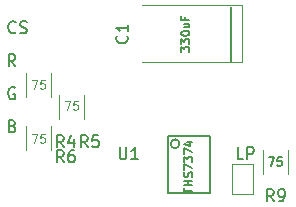
<source format=gto>
G04 #@! TF.FileFunction,Legend,Top*
%FSLAX46Y46*%
G04 Gerber Fmt 4.6, Leading zero omitted, Abs format (unit mm)*
G04 Created by KiCad (PCBNEW 4.0.7) date 12/02/17 21:13:14*
%MOMM*%
%LPD*%
G01*
G04 APERTURE LIST*
%ADD10C,0.100000*%
%ADD11C,0.200000*%
%ADD12C,0.150000*%
%ADD13C,0.120000*%
%ADD14C,0.130000*%
G04 APERTURE END LIST*
D10*
D11*
X147828000Y-96266000D02*
X147828000Y-100838000D01*
D12*
X146050000Y-107226100D02*
X146050000Y-112052100D01*
X146050000Y-112052100D02*
X142494000Y-112052100D01*
X142494000Y-112052100D02*
X142494000Y-107226100D01*
X142494000Y-107226100D02*
X146050000Y-107226100D01*
X143510000Y-107861100D02*
G75*
G03X143510000Y-107861100I-381000J0D01*
G01*
D13*
X132642000Y-101870000D02*
X132642000Y-103870000D01*
X130502000Y-103870000D02*
X130502000Y-101870000D01*
X135436000Y-103722000D02*
X135436000Y-105722000D01*
X133296000Y-105722000D02*
X133296000Y-103722000D01*
X130502000Y-108368000D02*
X130502000Y-106368000D01*
X132642000Y-106368000D02*
X132642000Y-108368000D01*
X150568000Y-110400000D02*
X150568000Y-108400000D01*
X152708000Y-108400000D02*
X152708000Y-110400000D01*
X148768000Y-100952000D02*
X140368000Y-100952000D01*
X148768000Y-96152000D02*
X140368000Y-96152000D01*
X148768000Y-100952000D02*
X148768000Y-96152000D01*
X149734000Y-112146000D02*
X149734000Y-109606000D01*
X147954000Y-109606000D02*
X147954000Y-112146000D01*
X147954000Y-109606000D02*
X149734000Y-109606000D01*
X149734000Y-112146000D02*
X147954000Y-112146000D01*
D12*
X138430095Y-108164381D02*
X138430095Y-108973905D01*
X138477714Y-109069143D01*
X138525333Y-109116762D01*
X138620571Y-109164381D01*
X138811048Y-109164381D01*
X138906286Y-109116762D01*
X138953905Y-109069143D01*
X139001524Y-108973905D01*
X139001524Y-108164381D01*
X140001524Y-109164381D02*
X139430095Y-109164381D01*
X139715809Y-109164381D02*
X139715809Y-108164381D01*
X139620571Y-108307238D01*
X139525333Y-108402476D01*
X139430095Y-108450095D01*
D14*
X143888667Y-112024833D02*
X143888667Y-111624833D01*
X144588667Y-111824833D02*
X143888667Y-111824833D01*
X144588667Y-111391500D02*
X143888667Y-111391500D01*
X144222000Y-111391500D02*
X144222000Y-110991500D01*
X144588667Y-110991500D02*
X143888667Y-110991500D01*
X144555333Y-110691501D02*
X144588667Y-110591501D01*
X144588667Y-110424834D01*
X144555333Y-110358167D01*
X144522000Y-110324834D01*
X144455333Y-110291501D01*
X144388667Y-110291501D01*
X144322000Y-110324834D01*
X144288667Y-110358167D01*
X144255333Y-110424834D01*
X144222000Y-110558167D01*
X144188667Y-110624834D01*
X144155333Y-110658167D01*
X144088667Y-110691501D01*
X144022000Y-110691501D01*
X143955333Y-110658167D01*
X143922000Y-110624834D01*
X143888667Y-110558167D01*
X143888667Y-110391501D01*
X143922000Y-110291501D01*
X143888667Y-110058167D02*
X143888667Y-109591500D01*
X144588667Y-109891500D01*
X143888667Y-109391500D02*
X143888667Y-108958167D01*
X144155333Y-109191500D01*
X144155333Y-109091500D01*
X144188667Y-109024833D01*
X144222000Y-108991500D01*
X144288667Y-108958167D01*
X144455333Y-108958167D01*
X144522000Y-108991500D01*
X144555333Y-109024833D01*
X144588667Y-109091500D01*
X144588667Y-109291500D01*
X144555333Y-109358167D01*
X144522000Y-109391500D01*
X143888667Y-108724833D02*
X143888667Y-108258166D01*
X144588667Y-108558166D01*
X144122000Y-107691499D02*
X144588667Y-107691499D01*
X143855333Y-107858166D02*
X144355333Y-108024833D01*
X144355333Y-107591499D01*
D12*
X133691334Y-108148381D02*
X133358000Y-107672190D01*
X133119905Y-108148381D02*
X133119905Y-107148381D01*
X133500858Y-107148381D01*
X133596096Y-107196000D01*
X133643715Y-107243619D01*
X133691334Y-107338857D01*
X133691334Y-107481714D01*
X133643715Y-107576952D01*
X133596096Y-107624571D01*
X133500858Y-107672190D01*
X133119905Y-107672190D01*
X134548477Y-107481714D02*
X134548477Y-108148381D01*
X134310381Y-107100762D02*
X134072286Y-107815048D01*
X134691334Y-107815048D01*
D13*
X131005333Y-102486667D02*
X131472000Y-102486667D01*
X131172000Y-103186667D01*
X132072000Y-102486667D02*
X131738667Y-102486667D01*
X131705333Y-102820000D01*
X131738667Y-102786667D01*
X131805333Y-102753333D01*
X131972000Y-102753333D01*
X132038667Y-102786667D01*
X132072000Y-102820000D01*
X132105333Y-102886667D01*
X132105333Y-103053333D01*
X132072000Y-103120000D01*
X132038667Y-103153333D01*
X131972000Y-103186667D01*
X131805333Y-103186667D01*
X131738667Y-103153333D01*
X131705333Y-103120000D01*
D12*
X135723334Y-108148381D02*
X135390000Y-107672190D01*
X135151905Y-108148381D02*
X135151905Y-107148381D01*
X135532858Y-107148381D01*
X135628096Y-107196000D01*
X135675715Y-107243619D01*
X135723334Y-107338857D01*
X135723334Y-107481714D01*
X135675715Y-107576952D01*
X135628096Y-107624571D01*
X135532858Y-107672190D01*
X135151905Y-107672190D01*
X136628096Y-107148381D02*
X136151905Y-107148381D01*
X136104286Y-107624571D01*
X136151905Y-107576952D01*
X136247143Y-107529333D01*
X136485239Y-107529333D01*
X136580477Y-107576952D01*
X136628096Y-107624571D01*
X136675715Y-107719810D01*
X136675715Y-107957905D01*
X136628096Y-108053143D01*
X136580477Y-108100762D01*
X136485239Y-108148381D01*
X136247143Y-108148381D01*
X136151905Y-108100762D01*
X136104286Y-108053143D01*
D13*
X133799333Y-104264667D02*
X134266000Y-104264667D01*
X133966000Y-104964667D01*
X134866000Y-104264667D02*
X134532667Y-104264667D01*
X134499333Y-104598000D01*
X134532667Y-104564667D01*
X134599333Y-104531333D01*
X134766000Y-104531333D01*
X134832667Y-104564667D01*
X134866000Y-104598000D01*
X134899333Y-104664667D01*
X134899333Y-104831333D01*
X134866000Y-104898000D01*
X134832667Y-104931333D01*
X134766000Y-104964667D01*
X134599333Y-104964667D01*
X134532667Y-104931333D01*
X134499333Y-104898000D01*
D12*
X133691334Y-109418381D02*
X133358000Y-108942190D01*
X133119905Y-109418381D02*
X133119905Y-108418381D01*
X133500858Y-108418381D01*
X133596096Y-108466000D01*
X133643715Y-108513619D01*
X133691334Y-108608857D01*
X133691334Y-108751714D01*
X133643715Y-108846952D01*
X133596096Y-108894571D01*
X133500858Y-108942190D01*
X133119905Y-108942190D01*
X134548477Y-108418381D02*
X134358000Y-108418381D01*
X134262762Y-108466000D01*
X134215143Y-108513619D01*
X134119905Y-108656476D01*
X134072286Y-108846952D01*
X134072286Y-109227905D01*
X134119905Y-109323143D01*
X134167524Y-109370762D01*
X134262762Y-109418381D01*
X134453239Y-109418381D01*
X134548477Y-109370762D01*
X134596096Y-109323143D01*
X134643715Y-109227905D01*
X134643715Y-108989810D01*
X134596096Y-108894571D01*
X134548477Y-108846952D01*
X134453239Y-108799333D01*
X134262762Y-108799333D01*
X134167524Y-108846952D01*
X134119905Y-108894571D01*
X134072286Y-108989810D01*
D13*
X131005333Y-107058667D02*
X131472000Y-107058667D01*
X131172000Y-107758667D01*
X132072000Y-107058667D02*
X131738667Y-107058667D01*
X131705333Y-107392000D01*
X131738667Y-107358667D01*
X131805333Y-107325333D01*
X131972000Y-107325333D01*
X132038667Y-107358667D01*
X132072000Y-107392000D01*
X132105333Y-107458667D01*
X132105333Y-107625333D01*
X132072000Y-107692000D01*
X132038667Y-107725333D01*
X131972000Y-107758667D01*
X131805333Y-107758667D01*
X131738667Y-107725333D01*
X131705333Y-107692000D01*
D12*
X151471334Y-112720381D02*
X151138000Y-112244190D01*
X150899905Y-112720381D02*
X150899905Y-111720381D01*
X151280858Y-111720381D01*
X151376096Y-111768000D01*
X151423715Y-111815619D01*
X151471334Y-111910857D01*
X151471334Y-112053714D01*
X151423715Y-112148952D01*
X151376096Y-112196571D01*
X151280858Y-112244190D01*
X150899905Y-112244190D01*
X151947524Y-112720381D02*
X152138000Y-112720381D01*
X152233239Y-112672762D01*
X152280858Y-112625143D01*
X152376096Y-112482286D01*
X152423715Y-112291810D01*
X152423715Y-111910857D01*
X152376096Y-111815619D01*
X152328477Y-111768000D01*
X152233239Y-111720381D01*
X152042762Y-111720381D01*
X151947524Y-111768000D01*
X151899905Y-111815619D01*
X151852286Y-111910857D01*
X151852286Y-112148952D01*
X151899905Y-112244190D01*
X151947524Y-112291810D01*
X152042762Y-112339429D01*
X152233239Y-112339429D01*
X152328477Y-112291810D01*
X152376096Y-112244190D01*
X152423715Y-112148952D01*
D14*
X151071333Y-109016667D02*
X151538000Y-109016667D01*
X151238000Y-109716667D01*
X152138000Y-109016667D02*
X151804667Y-109016667D01*
X151771333Y-109350000D01*
X151804667Y-109316667D01*
X151871333Y-109283333D01*
X152038000Y-109283333D01*
X152104667Y-109316667D01*
X152138000Y-109350000D01*
X152171333Y-109416667D01*
X152171333Y-109583333D01*
X152138000Y-109650000D01*
X152104667Y-109683333D01*
X152038000Y-109716667D01*
X151871333Y-109716667D01*
X151804667Y-109683333D01*
X151771333Y-109650000D01*
D12*
X129627334Y-98401143D02*
X129579715Y-98448762D01*
X129436858Y-98496381D01*
X129341620Y-98496381D01*
X129198762Y-98448762D01*
X129103524Y-98353524D01*
X129055905Y-98258286D01*
X129008286Y-98067810D01*
X129008286Y-97924952D01*
X129055905Y-97734476D01*
X129103524Y-97639238D01*
X129198762Y-97544000D01*
X129341620Y-97496381D01*
X129436858Y-97496381D01*
X129579715Y-97544000D01*
X129627334Y-97591619D01*
X130008286Y-98448762D02*
X130151143Y-98496381D01*
X130389239Y-98496381D01*
X130484477Y-98448762D01*
X130532096Y-98401143D01*
X130579715Y-98305905D01*
X130579715Y-98210667D01*
X130532096Y-98115429D01*
X130484477Y-98067810D01*
X130389239Y-98020190D01*
X130198762Y-97972571D01*
X130103524Y-97924952D01*
X130055905Y-97877333D01*
X130008286Y-97782095D01*
X130008286Y-97686857D01*
X130055905Y-97591619D01*
X130103524Y-97544000D01*
X130198762Y-97496381D01*
X130436858Y-97496381D01*
X130579715Y-97544000D01*
X129595524Y-101290381D02*
X129262190Y-100814190D01*
X129024095Y-101290381D02*
X129024095Y-100290381D01*
X129405048Y-100290381D01*
X129500286Y-100338000D01*
X129547905Y-100385619D01*
X129595524Y-100480857D01*
X129595524Y-100623714D01*
X129547905Y-100718952D01*
X129500286Y-100766571D01*
X129405048Y-100814190D01*
X129024095Y-100814190D01*
X129547905Y-103132000D02*
X129452667Y-103084381D01*
X129309810Y-103084381D01*
X129166952Y-103132000D01*
X129071714Y-103227238D01*
X129024095Y-103322476D01*
X128976476Y-103512952D01*
X128976476Y-103655810D01*
X129024095Y-103846286D01*
X129071714Y-103941524D01*
X129166952Y-104036762D01*
X129309810Y-104084381D01*
X129405048Y-104084381D01*
X129547905Y-104036762D01*
X129595524Y-103989143D01*
X129595524Y-103655810D01*
X129405048Y-103655810D01*
X129357429Y-106354571D02*
X129500286Y-106402190D01*
X129547905Y-106449810D01*
X129595524Y-106545048D01*
X129595524Y-106687905D01*
X129547905Y-106783143D01*
X129500286Y-106830762D01*
X129405048Y-106878381D01*
X129024095Y-106878381D01*
X129024095Y-105878381D01*
X129357429Y-105878381D01*
X129452667Y-105926000D01*
X129500286Y-105973619D01*
X129547905Y-106068857D01*
X129547905Y-106164095D01*
X129500286Y-106259333D01*
X129452667Y-106306952D01*
X129357429Y-106354571D01*
X129024095Y-106354571D01*
X139041143Y-98718666D02*
X139088762Y-98766285D01*
X139136381Y-98909142D01*
X139136381Y-99004380D01*
X139088762Y-99147238D01*
X138993524Y-99242476D01*
X138898286Y-99290095D01*
X138707810Y-99337714D01*
X138564952Y-99337714D01*
X138374476Y-99290095D01*
X138279238Y-99242476D01*
X138184000Y-99147238D01*
X138136381Y-99004380D01*
X138136381Y-98909142D01*
X138184000Y-98766285D01*
X138231619Y-98718666D01*
X139136381Y-97766285D02*
X139136381Y-98337714D01*
X139136381Y-98052000D02*
X138136381Y-98052000D01*
X138279238Y-98147238D01*
X138374476Y-98242476D01*
X138422095Y-98337714D01*
D14*
X143634667Y-100068667D02*
X143634667Y-99635334D01*
X143901333Y-99868667D01*
X143901333Y-99768667D01*
X143934667Y-99702000D01*
X143968000Y-99668667D01*
X144034667Y-99635334D01*
X144201333Y-99635334D01*
X144268000Y-99668667D01*
X144301333Y-99702000D01*
X144334667Y-99768667D01*
X144334667Y-99968667D01*
X144301333Y-100035334D01*
X144268000Y-100068667D01*
X143634667Y-99402000D02*
X143634667Y-98968667D01*
X143901333Y-99202000D01*
X143901333Y-99102000D01*
X143934667Y-99035333D01*
X143968000Y-99002000D01*
X144034667Y-98968667D01*
X144201333Y-98968667D01*
X144268000Y-99002000D01*
X144301333Y-99035333D01*
X144334667Y-99102000D01*
X144334667Y-99302000D01*
X144301333Y-99368667D01*
X144268000Y-99402000D01*
X143634667Y-98535333D02*
X143634667Y-98468666D01*
X143668000Y-98402000D01*
X143701333Y-98368666D01*
X143768000Y-98335333D01*
X143901333Y-98302000D01*
X144068000Y-98302000D01*
X144201333Y-98335333D01*
X144268000Y-98368666D01*
X144301333Y-98402000D01*
X144334667Y-98468666D01*
X144334667Y-98535333D01*
X144301333Y-98602000D01*
X144268000Y-98635333D01*
X144201333Y-98668666D01*
X144068000Y-98702000D01*
X143901333Y-98702000D01*
X143768000Y-98668666D01*
X143701333Y-98635333D01*
X143668000Y-98602000D01*
X143634667Y-98535333D01*
X143868000Y-97701999D02*
X144334667Y-97701999D01*
X143868000Y-98001999D02*
X144234667Y-98001999D01*
X144301333Y-97968666D01*
X144334667Y-97901999D01*
X144334667Y-97801999D01*
X144301333Y-97735333D01*
X144268000Y-97701999D01*
X143968000Y-97135333D02*
X143968000Y-97368666D01*
X144334667Y-97368666D02*
X143634667Y-97368666D01*
X143634667Y-97035333D01*
D12*
X148907524Y-109164381D02*
X148431333Y-109164381D01*
X148431333Y-108164381D01*
X149240857Y-109164381D02*
X149240857Y-108164381D01*
X149621810Y-108164381D01*
X149717048Y-108212000D01*
X149764667Y-108259619D01*
X149812286Y-108354857D01*
X149812286Y-108497714D01*
X149764667Y-108592952D01*
X149717048Y-108640571D01*
X149621810Y-108688190D01*
X149240857Y-108688190D01*
M02*

</source>
